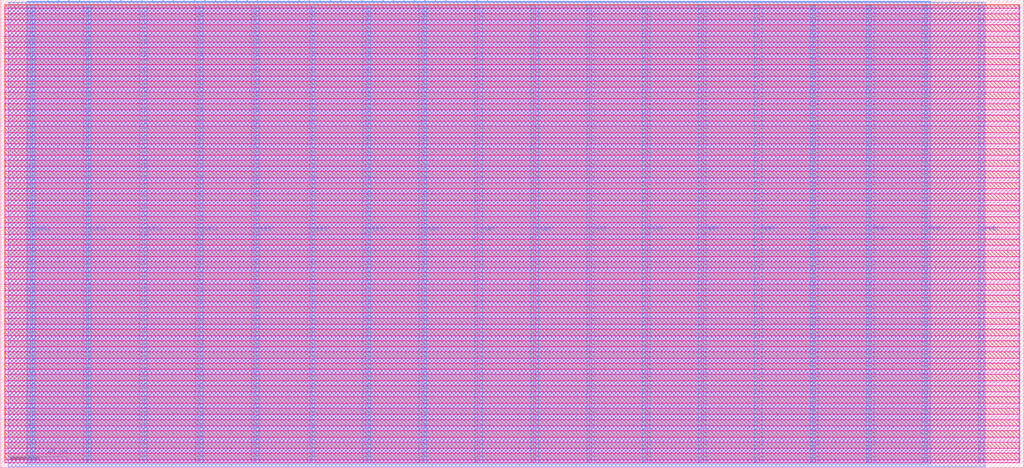
<source format=lef>
VERSION 5.7 ;
  NOWIREEXTENSIONATPIN ON ;
  DIVIDERCHAR "/" ;
  BUSBITCHARS "[]" ;
MACRO tt_um_htfab_asicle2
  CLASS BLOCK ;
  FOREIGN tt_um_htfab_asicle2 ;
  ORIGIN 0.000 0.000 ;
  SIZE 711.200 BY 325.360 ;
  PIN VGND
    DIRECTION INOUT ;
    USE GROUND ;
    PORT
      LAYER Metal4 ;
        RECT 22.180 3.620 23.780 321.740 ;
    END
    PORT
      LAYER Metal4 ;
        RECT 61.050 3.620 62.650 321.740 ;
    END
    PORT
      LAYER Metal4 ;
        RECT 99.920 3.620 101.520 321.740 ;
    END
    PORT
      LAYER Metal4 ;
        RECT 138.790 3.620 140.390 321.740 ;
    END
    PORT
      LAYER Metal4 ;
        RECT 177.660 3.620 179.260 321.740 ;
    END
    PORT
      LAYER Metal4 ;
        RECT 216.530 3.620 218.130 321.740 ;
    END
    PORT
      LAYER Metal4 ;
        RECT 255.400 3.620 257.000 321.740 ;
    END
    PORT
      LAYER Metal4 ;
        RECT 294.270 3.620 295.870 321.740 ;
    END
    PORT
      LAYER Metal4 ;
        RECT 333.140 3.620 334.740 321.740 ;
    END
    PORT
      LAYER Metal4 ;
        RECT 372.010 3.620 373.610 321.740 ;
    END
    PORT
      LAYER Metal4 ;
        RECT 410.880 3.620 412.480 321.740 ;
    END
    PORT
      LAYER Metal4 ;
        RECT 449.750 3.620 451.350 321.740 ;
    END
    PORT
      LAYER Metal4 ;
        RECT 488.620 3.620 490.220 321.740 ;
    END
    PORT
      LAYER Metal4 ;
        RECT 527.490 3.620 529.090 321.740 ;
    END
    PORT
      LAYER Metal4 ;
        RECT 566.360 3.620 567.960 321.740 ;
    END
    PORT
      LAYER Metal4 ;
        RECT 605.230 3.620 606.830 321.740 ;
    END
    PORT
      LAYER Metal4 ;
        RECT 644.100 3.620 645.700 321.740 ;
    END
    PORT
      LAYER Metal4 ;
        RECT 682.970 3.620 684.570 321.740 ;
    END
  END VGND
  PIN VPWR
    DIRECTION INOUT ;
    USE POWER ;
    PORT
      LAYER Metal4 ;
        RECT 18.880 3.620 20.480 321.740 ;
    END
    PORT
      LAYER Metal4 ;
        RECT 57.750 3.620 59.350 321.740 ;
    END
    PORT
      LAYER Metal4 ;
        RECT 96.620 3.620 98.220 321.740 ;
    END
    PORT
      LAYER Metal4 ;
        RECT 135.490 3.620 137.090 321.740 ;
    END
    PORT
      LAYER Metal4 ;
        RECT 174.360 3.620 175.960 321.740 ;
    END
    PORT
      LAYER Metal4 ;
        RECT 213.230 3.620 214.830 321.740 ;
    END
    PORT
      LAYER Metal4 ;
        RECT 252.100 3.620 253.700 321.740 ;
    END
    PORT
      LAYER Metal4 ;
        RECT 290.970 3.620 292.570 321.740 ;
    END
    PORT
      LAYER Metal4 ;
        RECT 329.840 3.620 331.440 321.740 ;
    END
    PORT
      LAYER Metal4 ;
        RECT 368.710 3.620 370.310 321.740 ;
    END
    PORT
      LAYER Metal4 ;
        RECT 407.580 3.620 409.180 321.740 ;
    END
    PORT
      LAYER Metal4 ;
        RECT 446.450 3.620 448.050 321.740 ;
    END
    PORT
      LAYER Metal4 ;
        RECT 485.320 3.620 486.920 321.740 ;
    END
    PORT
      LAYER Metal4 ;
        RECT 524.190 3.620 525.790 321.740 ;
    END
    PORT
      LAYER Metal4 ;
        RECT 563.060 3.620 564.660 321.740 ;
    END
    PORT
      LAYER Metal4 ;
        RECT 601.930 3.620 603.530 321.740 ;
    END
    PORT
      LAYER Metal4 ;
        RECT 640.800 3.620 642.400 321.740 ;
    END
    PORT
      LAYER Metal4 ;
        RECT 679.670 3.620 681.270 321.740 ;
    END
  END VPWR
  PIN clk
    DIRECTION INPUT ;
    USE SIGNAL ;
    ANTENNAGATEAREA 4.738000 ;
    PORT
      LAYER Metal4 ;
        RECT 331.090 324.360 331.390 325.360 ;
    END
  END clk
  PIN ena
    DIRECTION INPUT ;
    USE SIGNAL ;
    PORT
      LAYER Metal4 ;
        RECT 338.370 324.360 338.670 325.360 ;
    END
  END ena
  PIN rst_n
    DIRECTION INPUT ;
    USE SIGNAL ;
    ANTENNAGATEAREA 1.102000 ;
    PORT
      LAYER Metal4 ;
        RECT 323.810 324.360 324.110 325.360 ;
    END
  END rst_n
  PIN ui_in[0]
    DIRECTION INPUT ;
    USE SIGNAL ;
    ANTENNAGATEAREA 0.396000 ;
    PORT
      LAYER Metal4 ;
        RECT 316.530 324.360 316.830 325.360 ;
    END
  END ui_in[0]
  PIN ui_in[1]
    DIRECTION INPUT ;
    USE SIGNAL ;
    ANTENNAGATEAREA 0.396000 ;
    PORT
      LAYER Metal4 ;
        RECT 309.250 324.360 309.550 325.360 ;
    END
  END ui_in[1]
  PIN ui_in[2]
    DIRECTION INPUT ;
    USE SIGNAL ;
    ANTENNAGATEAREA 0.396000 ;
    PORT
      LAYER Metal4 ;
        RECT 301.970 324.360 302.270 325.360 ;
    END
  END ui_in[2]
  PIN ui_in[3]
    DIRECTION INPUT ;
    USE SIGNAL ;
    ANTENNAGATEAREA 0.396000 ;
    PORT
      LAYER Metal4 ;
        RECT 294.690 324.360 294.990 325.360 ;
    END
  END ui_in[3]
  PIN ui_in[4]
    DIRECTION INPUT ;
    USE SIGNAL ;
    ANTENNAGATEAREA 0.396000 ;
    PORT
      LAYER Metal4 ;
        RECT 287.410 324.360 287.710 325.360 ;
    END
  END ui_in[4]
  PIN ui_in[5]
    DIRECTION INPUT ;
    USE SIGNAL ;
    ANTENNAGATEAREA 0.396000 ;
    PORT
      LAYER Metal4 ;
        RECT 280.130 324.360 280.430 325.360 ;
    END
  END ui_in[5]
  PIN ui_in[6]
    DIRECTION INPUT ;
    USE SIGNAL ;
    ANTENNAGATEAREA 0.396000 ;
    PORT
      LAYER Metal4 ;
        RECT 272.850 324.360 273.150 325.360 ;
    END
  END ui_in[6]
  PIN ui_in[7]
    DIRECTION INPUT ;
    USE SIGNAL ;
    ANTENNAGATEAREA 0.396000 ;
    PORT
      LAYER Metal4 ;
        RECT 265.570 324.360 265.870 325.360 ;
    END
  END ui_in[7]
  PIN uio_in[0]
    DIRECTION INPUT ;
    USE SIGNAL ;
    PORT
      LAYER Metal4 ;
        RECT 258.290 324.360 258.590 325.360 ;
    END
  END uio_in[0]
  PIN uio_in[1]
    DIRECTION INPUT ;
    USE SIGNAL ;
    ANTENNAGATEAREA 1.102000 ;
    PORT
      LAYER Metal4 ;
        RECT 251.010 324.360 251.310 325.360 ;
    END
  END uio_in[1]
  PIN uio_in[2]
    DIRECTION INPUT ;
    USE SIGNAL ;
    ANTENNAGATEAREA 1.102000 ;
    PORT
      LAYER Metal4 ;
        RECT 243.730 324.360 244.030 325.360 ;
    END
  END uio_in[2]
  PIN uio_in[3]
    DIRECTION INPUT ;
    USE SIGNAL ;
    PORT
      LAYER Metal4 ;
        RECT 236.450 324.360 236.750 325.360 ;
    END
  END uio_in[3]
  PIN uio_in[4]
    DIRECTION INPUT ;
    USE SIGNAL ;
    ANTENNAGATEAREA 1.102000 ;
    PORT
      LAYER Metal4 ;
        RECT 229.170 324.360 229.470 325.360 ;
    END
  END uio_in[4]
  PIN uio_in[5]
    DIRECTION INPUT ;
    USE SIGNAL ;
    ANTENNAGATEAREA 1.102000 ;
    PORT
      LAYER Metal4 ;
        RECT 221.890 324.360 222.190 325.360 ;
    END
  END uio_in[5]
  PIN uio_in[6]
    DIRECTION INPUT ;
    USE SIGNAL ;
    PORT
      LAYER Metal4 ;
        RECT 214.610 324.360 214.910 325.360 ;
    END
  END uio_in[6]
  PIN uio_in[7]
    DIRECTION INPUT ;
    USE SIGNAL ;
    PORT
      LAYER Metal4 ;
        RECT 207.330 324.360 207.630 325.360 ;
    END
  END uio_in[7]
  PIN uio_oe[0]
    DIRECTION OUTPUT ;
    USE SIGNAL ;
    ANTENNADIFFAREA 1.986000 ;
    PORT
      LAYER Metal4 ;
        RECT 83.570 324.360 83.870 325.360 ;
    END
  END uio_oe[0]
  PIN uio_oe[1]
    DIRECTION OUTPUT ;
    USE SIGNAL ;
    ANTENNADIFFAREA 1.060800 ;
    PORT
      LAYER Metal4 ;
        RECT 76.290 324.360 76.590 325.360 ;
    END
  END uio_oe[1]
  PIN uio_oe[2]
    DIRECTION OUTPUT ;
    USE SIGNAL ;
    ANTENNADIFFAREA 1.986000 ;
    PORT
      LAYER Metal4 ;
        RECT 69.010 324.360 69.310 325.360 ;
    END
  END uio_oe[2]
  PIN uio_oe[3]
    DIRECTION OUTPUT ;
    USE SIGNAL ;
    ANTENNADIFFAREA 1.986000 ;
    PORT
      LAYER Metal4 ;
        RECT 61.730 324.360 62.030 325.360 ;
    END
  END uio_oe[3]
  PIN uio_oe[4]
    DIRECTION OUTPUT ;
    USE SIGNAL ;
    ANTENNADIFFAREA 1.986000 ;
    PORT
      LAYER Metal4 ;
        RECT 54.450 324.360 54.750 325.360 ;
    END
  END uio_oe[4]
  PIN uio_oe[5]
    DIRECTION OUTPUT ;
    USE SIGNAL ;
    ANTENNAGATEAREA 2.366000 ;
    ANTENNADIFFAREA 2.604400 ;
    PORT
      LAYER Metal4 ;
        RECT 47.170 324.360 47.470 325.360 ;
    END
  END uio_oe[5]
  PIN uio_oe[6]
    DIRECTION OUTPUT ;
    USE SIGNAL ;
    ANTENNADIFFAREA 1.986000 ;
    PORT
      LAYER Metal4 ;
        RECT 39.890 324.360 40.190 325.360 ;
    END
  END uio_oe[6]
  PIN uio_oe[7]
    DIRECTION OUTPUT ;
    USE SIGNAL ;
    ANTENNAGATEAREA 5.915000 ;
    ANTENNADIFFAREA 2.604400 ;
    PORT
      LAYER Metal4 ;
        RECT 32.610 324.360 32.910 325.360 ;
    END
  END uio_oe[7]
  PIN uio_out[0]
    DIRECTION OUTPUT ;
    USE SIGNAL ;
    ANTENNADIFFAREA 1.060800 ;
    PORT
      LAYER Metal4 ;
        RECT 141.810 324.360 142.110 325.360 ;
    END
  END uio_out[0]
  PIN uio_out[1]
    DIRECTION OUTPUT ;
    USE SIGNAL ;
    ANTENNADIFFAREA 1.060800 ;
    PORT
      LAYER Metal4 ;
        RECT 134.530 324.360 134.830 325.360 ;
    END
  END uio_out[1]
  PIN uio_out[2]
    DIRECTION OUTPUT ;
    USE SIGNAL ;
    ANTENNADIFFAREA 1.060800 ;
    PORT
      LAYER Metal4 ;
        RECT 127.250 324.360 127.550 325.360 ;
    END
  END uio_out[2]
  PIN uio_out[3]
    DIRECTION OUTPUT ;
    USE SIGNAL ;
    ANTENNADIFFAREA 1.060800 ;
    PORT
      LAYER Metal4 ;
        RECT 119.970 324.360 120.270 325.360 ;
    END
  END uio_out[3]
  PIN uio_out[4]
    DIRECTION OUTPUT ;
    USE SIGNAL ;
    ANTENNADIFFAREA 1.060800 ;
    PORT
      LAYER Metal4 ;
        RECT 112.690 324.360 112.990 325.360 ;
    END
  END uio_out[4]
  PIN uio_out[5]
    DIRECTION OUTPUT ;
    USE SIGNAL ;
    ANTENNADIFFAREA 1.060800 ;
    PORT
      LAYER Metal4 ;
        RECT 105.410 324.360 105.710 325.360 ;
    END
  END uio_out[5]
  PIN uio_out[6]
    DIRECTION OUTPUT ;
    USE SIGNAL ;
    ANTENNADIFFAREA 1.986000 ;
    PORT
      LAYER Metal4 ;
        RECT 98.130 324.360 98.430 325.360 ;
    END
  END uio_out[6]
  PIN uio_out[7]
    DIRECTION OUTPUT ;
    USE SIGNAL ;
    ANTENNADIFFAREA 1.986000 ;
    PORT
      LAYER Metal4 ;
        RECT 90.850 324.360 91.150 325.360 ;
    END
  END uio_out[7]
  PIN uo_out[0]
    DIRECTION OUTPUT ;
    USE SIGNAL ;
    ANTENNADIFFAREA 1.071900 ;
    PORT
      LAYER Metal4 ;
        RECT 200.050 324.360 200.350 325.360 ;
    END
  END uo_out[0]
  PIN uo_out[1]
    DIRECTION OUTPUT ;
    USE SIGNAL ;
    ANTENNADIFFAREA 1.071900 ;
    PORT
      LAYER Metal4 ;
        RECT 192.770 324.360 193.070 325.360 ;
    END
  END uo_out[1]
  PIN uo_out[2]
    DIRECTION OUTPUT ;
    USE SIGNAL ;
    ANTENNADIFFAREA 1.071900 ;
    PORT
      LAYER Metal4 ;
        RECT 185.490 324.360 185.790 325.360 ;
    END
  END uo_out[2]
  PIN uo_out[3]
    DIRECTION OUTPUT ;
    USE SIGNAL ;
    ANTENNADIFFAREA 1.986000 ;
    PORT
      LAYER Metal4 ;
        RECT 178.210 324.360 178.510 325.360 ;
    END
  END uo_out[3]
  PIN uo_out[4]
    DIRECTION OUTPUT ;
    USE SIGNAL ;
    ANTENNADIFFAREA 1.071900 ;
    PORT
      LAYER Metal4 ;
        RECT 170.930 324.360 171.230 325.360 ;
    END
  END uo_out[4]
  PIN uo_out[5]
    DIRECTION OUTPUT ;
    USE SIGNAL ;
    ANTENNADIFFAREA 1.071900 ;
    PORT
      LAYER Metal4 ;
        RECT 163.650 324.360 163.950 325.360 ;
    END
  END uo_out[5]
  PIN uo_out[6]
    DIRECTION OUTPUT ;
    USE SIGNAL ;
    ANTENNADIFFAREA 1.071900 ;
    PORT
      LAYER Metal4 ;
        RECT 156.370 324.360 156.670 325.360 ;
    END
  END uo_out[6]
  PIN uo_out[7]
    DIRECTION OUTPUT ;
    USE SIGNAL ;
    ANTENNADIFFAREA 1.986000 ;
    PORT
      LAYER Metal4 ;
        RECT 149.090 324.360 149.390 325.360 ;
    END
  END uo_out[7]
  OBS
      LAYER Nwell ;
        RECT 2.930 319.280 708.270 321.870 ;
      LAYER Pwell ;
        RECT 2.930 315.760 708.270 319.280 ;
      LAYER Nwell ;
        RECT 2.930 311.440 708.270 315.760 ;
      LAYER Pwell ;
        RECT 2.930 307.920 708.270 311.440 ;
      LAYER Nwell ;
        RECT 2.930 303.600 708.270 307.920 ;
      LAYER Pwell ;
        RECT 2.930 300.080 708.270 303.600 ;
      LAYER Nwell ;
        RECT 2.930 295.760 708.270 300.080 ;
      LAYER Pwell ;
        RECT 2.930 292.240 708.270 295.760 ;
      LAYER Nwell ;
        RECT 2.930 287.920 708.270 292.240 ;
      LAYER Pwell ;
        RECT 2.930 284.400 708.270 287.920 ;
      LAYER Nwell ;
        RECT 2.930 280.080 708.270 284.400 ;
      LAYER Pwell ;
        RECT 2.930 276.560 708.270 280.080 ;
      LAYER Nwell ;
        RECT 2.930 272.240 708.270 276.560 ;
      LAYER Pwell ;
        RECT 2.930 268.720 708.270 272.240 ;
      LAYER Nwell ;
        RECT 2.930 264.400 708.270 268.720 ;
      LAYER Pwell ;
        RECT 2.930 260.880 708.270 264.400 ;
      LAYER Nwell ;
        RECT 2.930 256.560 708.270 260.880 ;
      LAYER Pwell ;
        RECT 2.930 253.040 708.270 256.560 ;
      LAYER Nwell ;
        RECT 2.930 248.720 708.270 253.040 ;
      LAYER Pwell ;
        RECT 2.930 245.200 708.270 248.720 ;
      LAYER Nwell ;
        RECT 2.930 240.880 708.270 245.200 ;
      LAYER Pwell ;
        RECT 2.930 237.360 708.270 240.880 ;
      LAYER Nwell ;
        RECT 2.930 233.040 708.270 237.360 ;
      LAYER Pwell ;
        RECT 2.930 229.520 708.270 233.040 ;
      LAYER Nwell ;
        RECT 2.930 225.200 708.270 229.520 ;
      LAYER Pwell ;
        RECT 2.930 221.680 708.270 225.200 ;
      LAYER Nwell ;
        RECT 2.930 217.360 708.270 221.680 ;
      LAYER Pwell ;
        RECT 2.930 213.840 708.270 217.360 ;
      LAYER Nwell ;
        RECT 2.930 209.520 708.270 213.840 ;
      LAYER Pwell ;
        RECT 2.930 206.000 708.270 209.520 ;
      LAYER Nwell ;
        RECT 2.930 201.680 708.270 206.000 ;
      LAYER Pwell ;
        RECT 2.930 198.160 708.270 201.680 ;
      LAYER Nwell ;
        RECT 2.930 193.840 708.270 198.160 ;
      LAYER Pwell ;
        RECT 2.930 190.320 708.270 193.840 ;
      LAYER Nwell ;
        RECT 2.930 186.000 708.270 190.320 ;
      LAYER Pwell ;
        RECT 2.930 182.480 708.270 186.000 ;
      LAYER Nwell ;
        RECT 2.930 178.160 708.270 182.480 ;
      LAYER Pwell ;
        RECT 2.930 174.640 708.270 178.160 ;
      LAYER Nwell ;
        RECT 2.930 170.320 708.270 174.640 ;
      LAYER Pwell ;
        RECT 2.930 166.800 708.270 170.320 ;
      LAYER Nwell ;
        RECT 2.930 162.480 708.270 166.800 ;
      LAYER Pwell ;
        RECT 2.930 158.960 708.270 162.480 ;
      LAYER Nwell ;
        RECT 2.930 154.640 708.270 158.960 ;
      LAYER Pwell ;
        RECT 2.930 151.120 708.270 154.640 ;
      LAYER Nwell ;
        RECT 2.930 146.800 708.270 151.120 ;
      LAYER Pwell ;
        RECT 2.930 143.280 708.270 146.800 ;
      LAYER Nwell ;
        RECT 2.930 138.960 708.270 143.280 ;
      LAYER Pwell ;
        RECT 2.930 135.440 708.270 138.960 ;
      LAYER Nwell ;
        RECT 2.930 131.120 708.270 135.440 ;
      LAYER Pwell ;
        RECT 2.930 127.600 708.270 131.120 ;
      LAYER Nwell ;
        RECT 2.930 123.280 708.270 127.600 ;
      LAYER Pwell ;
        RECT 2.930 119.760 708.270 123.280 ;
      LAYER Nwell ;
        RECT 2.930 115.440 708.270 119.760 ;
      LAYER Pwell ;
        RECT 2.930 111.920 708.270 115.440 ;
      LAYER Nwell ;
        RECT 2.930 107.600 708.270 111.920 ;
      LAYER Pwell ;
        RECT 2.930 104.080 708.270 107.600 ;
      LAYER Nwell ;
        RECT 2.930 99.760 708.270 104.080 ;
      LAYER Pwell ;
        RECT 2.930 96.240 708.270 99.760 ;
      LAYER Nwell ;
        RECT 2.930 91.920 708.270 96.240 ;
      LAYER Pwell ;
        RECT 2.930 88.400 708.270 91.920 ;
      LAYER Nwell ;
        RECT 2.930 84.080 708.270 88.400 ;
      LAYER Pwell ;
        RECT 2.930 80.560 708.270 84.080 ;
      LAYER Nwell ;
        RECT 2.930 76.240 708.270 80.560 ;
      LAYER Pwell ;
        RECT 2.930 72.720 708.270 76.240 ;
      LAYER Nwell ;
        RECT 2.930 68.400 708.270 72.720 ;
      LAYER Pwell ;
        RECT 2.930 64.880 708.270 68.400 ;
      LAYER Nwell ;
        RECT 2.930 60.560 708.270 64.880 ;
      LAYER Pwell ;
        RECT 2.930 57.040 708.270 60.560 ;
      LAYER Nwell ;
        RECT 2.930 52.720 708.270 57.040 ;
      LAYER Pwell ;
        RECT 2.930 49.200 708.270 52.720 ;
      LAYER Nwell ;
        RECT 2.930 44.880 708.270 49.200 ;
      LAYER Pwell ;
        RECT 2.930 41.360 708.270 44.880 ;
      LAYER Nwell ;
        RECT 2.930 37.040 708.270 41.360 ;
      LAYER Pwell ;
        RECT 2.930 33.520 708.270 37.040 ;
      LAYER Nwell ;
        RECT 2.930 29.200 708.270 33.520 ;
      LAYER Pwell ;
        RECT 2.930 25.680 708.270 29.200 ;
      LAYER Nwell ;
        RECT 2.930 21.360 708.270 25.680 ;
      LAYER Pwell ;
        RECT 2.930 17.840 708.270 21.360 ;
      LAYER Nwell ;
        RECT 2.930 13.520 708.270 17.840 ;
      LAYER Pwell ;
        RECT 2.930 10.000 708.270 13.520 ;
      LAYER Nwell ;
        RECT 2.930 5.680 708.270 10.000 ;
      LAYER Pwell ;
        RECT 2.930 3.490 708.270 5.680 ;
      LAYER Metal1 ;
        RECT 3.360 3.620 707.840 321.740 ;
      LAYER Metal2 ;
        RECT 5.180 0.650 684.430 323.590 ;
      LAYER Metal3 ;
        RECT 5.130 0.700 684.480 323.540 ;
      LAYER Metal4 ;
        RECT 18.060 324.060 32.310 324.360 ;
        RECT 33.210 324.060 39.590 324.360 ;
        RECT 40.490 324.060 46.870 324.360 ;
        RECT 47.770 324.060 54.150 324.360 ;
        RECT 55.050 324.060 61.430 324.360 ;
        RECT 62.330 324.060 68.710 324.360 ;
        RECT 69.610 324.060 75.990 324.360 ;
        RECT 76.890 324.060 83.270 324.360 ;
        RECT 84.170 324.060 90.550 324.360 ;
        RECT 91.450 324.060 97.830 324.360 ;
        RECT 98.730 324.060 105.110 324.360 ;
        RECT 106.010 324.060 112.390 324.360 ;
        RECT 113.290 324.060 119.670 324.360 ;
        RECT 120.570 324.060 126.950 324.360 ;
        RECT 127.850 324.060 134.230 324.360 ;
        RECT 135.130 324.060 141.510 324.360 ;
        RECT 142.410 324.060 148.790 324.360 ;
        RECT 149.690 324.060 156.070 324.360 ;
        RECT 156.970 324.060 163.350 324.360 ;
        RECT 164.250 324.060 170.630 324.360 ;
        RECT 171.530 324.060 177.910 324.360 ;
        RECT 178.810 324.060 185.190 324.360 ;
        RECT 186.090 324.060 192.470 324.360 ;
        RECT 193.370 324.060 199.750 324.360 ;
        RECT 200.650 324.060 207.030 324.360 ;
        RECT 207.930 324.060 214.310 324.360 ;
        RECT 215.210 324.060 221.590 324.360 ;
        RECT 222.490 324.060 228.870 324.360 ;
        RECT 229.770 324.060 236.150 324.360 ;
        RECT 237.050 324.060 243.430 324.360 ;
        RECT 244.330 324.060 250.710 324.360 ;
        RECT 251.610 324.060 257.990 324.360 ;
        RECT 258.890 324.060 265.270 324.360 ;
        RECT 266.170 324.060 272.550 324.360 ;
        RECT 273.450 324.060 279.830 324.360 ;
        RECT 280.730 324.060 287.110 324.360 ;
        RECT 288.010 324.060 294.390 324.360 ;
        RECT 295.290 324.060 301.670 324.360 ;
        RECT 302.570 324.060 308.950 324.360 ;
        RECT 309.850 324.060 316.230 324.360 ;
        RECT 317.130 324.060 323.510 324.360 ;
        RECT 324.410 324.060 330.790 324.360 ;
        RECT 331.690 324.060 338.070 324.360 ;
        RECT 338.970 324.060 646.660 324.360 ;
        RECT 18.060 322.040 646.660 324.060 ;
        RECT 18.060 3.320 18.580 322.040 ;
        RECT 20.780 3.320 21.880 322.040 ;
        RECT 24.080 3.320 57.450 322.040 ;
        RECT 59.650 3.320 60.750 322.040 ;
        RECT 62.950 3.320 96.320 322.040 ;
        RECT 98.520 3.320 99.620 322.040 ;
        RECT 101.820 3.320 135.190 322.040 ;
        RECT 137.390 3.320 138.490 322.040 ;
        RECT 140.690 3.320 174.060 322.040 ;
        RECT 176.260 3.320 177.360 322.040 ;
        RECT 179.560 3.320 212.930 322.040 ;
        RECT 215.130 3.320 216.230 322.040 ;
        RECT 218.430 3.320 251.800 322.040 ;
        RECT 254.000 3.320 255.100 322.040 ;
        RECT 257.300 3.320 290.670 322.040 ;
        RECT 292.870 3.320 293.970 322.040 ;
        RECT 296.170 3.320 329.540 322.040 ;
        RECT 331.740 3.320 332.840 322.040 ;
        RECT 335.040 3.320 368.410 322.040 ;
        RECT 370.610 3.320 371.710 322.040 ;
        RECT 373.910 3.320 407.280 322.040 ;
        RECT 409.480 3.320 410.580 322.040 ;
        RECT 412.780 3.320 446.150 322.040 ;
        RECT 448.350 3.320 449.450 322.040 ;
        RECT 451.650 3.320 485.020 322.040 ;
        RECT 487.220 3.320 488.320 322.040 ;
        RECT 490.520 3.320 523.890 322.040 ;
        RECT 526.090 3.320 527.190 322.040 ;
        RECT 529.390 3.320 562.760 322.040 ;
        RECT 564.960 3.320 566.060 322.040 ;
        RECT 568.260 3.320 601.630 322.040 ;
        RECT 603.830 3.320 604.930 322.040 ;
        RECT 607.130 3.320 640.500 322.040 ;
        RECT 642.700 3.320 643.800 322.040 ;
        RECT 646.000 3.320 646.660 322.040 ;
        RECT 18.060 2.330 646.660 3.320 ;
  END
END tt_um_htfab_asicle2
END LIBRARY


</source>
